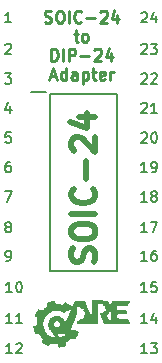
<source format=gbr>
%TF.GenerationSoftware,KiCad,Pcbnew,9.0.0*%
%TF.CreationDate,2025-03-05T17:01:44+13:00*%
%TF.ProjectId,SOIC-24_to_DIP-24_adapter,534f4943-2d32-4345-9f74-6f5f4449502d,rev?*%
%TF.SameCoordinates,Original*%
%TF.FileFunction,Legend,Top*%
%TF.FilePolarity,Positive*%
%FSLAX46Y46*%
G04 Gerber Fmt 4.6, Leading zero omitted, Abs format (unit mm)*
G04 Created by KiCad (PCBNEW 9.0.0) date 2025-03-05 17:01:44*
%MOMM*%
%LPD*%
G01*
G04 APERTURE LIST*
%ADD10C,0.152400*%
%ADD11C,0.250000*%
%ADD12C,0.500000*%
%ADD13C,0.200000*%
%ADD14C,0.000000*%
G04 APERTURE END LIST*
D10*
X146241756Y-89110241D02*
X146282880Y-89069117D01*
X146282880Y-89069117D02*
X146365127Y-89027993D01*
X146365127Y-89027993D02*
X146570746Y-89027993D01*
X146570746Y-89027993D02*
X146652994Y-89069117D01*
X146652994Y-89069117D02*
X146694118Y-89110241D01*
X146694118Y-89110241D02*
X146735241Y-89192489D01*
X146735241Y-89192489D02*
X146735241Y-89274736D01*
X146735241Y-89274736D02*
X146694118Y-89398108D01*
X146694118Y-89398108D02*
X146200632Y-89891593D01*
X146200632Y-89891593D02*
X146735241Y-89891593D01*
X146652994Y-99027993D02*
X146488499Y-99027993D01*
X146488499Y-99027993D02*
X146406251Y-99069117D01*
X146406251Y-99069117D02*
X146365127Y-99110241D01*
X146365127Y-99110241D02*
X146282880Y-99233612D01*
X146282880Y-99233612D02*
X146241756Y-99398108D01*
X146241756Y-99398108D02*
X146241756Y-99727098D01*
X146241756Y-99727098D02*
X146282880Y-99809346D01*
X146282880Y-99809346D02*
X146324003Y-99850470D01*
X146324003Y-99850470D02*
X146406251Y-99891593D01*
X146406251Y-99891593D02*
X146570746Y-99891593D01*
X146570746Y-99891593D02*
X146652994Y-99850470D01*
X146652994Y-99850470D02*
X146694118Y-99809346D01*
X146694118Y-99809346D02*
X146735241Y-99727098D01*
X146735241Y-99727098D02*
X146735241Y-99521479D01*
X146735241Y-99521479D02*
X146694118Y-99439231D01*
X146694118Y-99439231D02*
X146652994Y-99398108D01*
X146652994Y-99398108D02*
X146570746Y-99356984D01*
X146570746Y-99356984D02*
X146406251Y-99356984D01*
X146406251Y-99356984D02*
X146324003Y-99398108D01*
X146324003Y-99398108D02*
X146282880Y-99439231D01*
X146282880Y-99439231D02*
X146241756Y-99521479D01*
X158264770Y-102391593D02*
X157771285Y-102391593D01*
X158018028Y-102391593D02*
X158018028Y-101527993D01*
X158018028Y-101527993D02*
X157935780Y-101651365D01*
X157935780Y-101651365D02*
X157853532Y-101733612D01*
X157853532Y-101733612D02*
X157771285Y-101774736D01*
X158758256Y-101898108D02*
X158676008Y-101856984D01*
X158676008Y-101856984D02*
X158634885Y-101815860D01*
X158634885Y-101815860D02*
X158593761Y-101733612D01*
X158593761Y-101733612D02*
X158593761Y-101692489D01*
X158593761Y-101692489D02*
X158634885Y-101610241D01*
X158634885Y-101610241D02*
X158676008Y-101569117D01*
X158676008Y-101569117D02*
X158758256Y-101527993D01*
X158758256Y-101527993D02*
X158922751Y-101527993D01*
X158922751Y-101527993D02*
X159004999Y-101569117D01*
X159004999Y-101569117D02*
X159046123Y-101610241D01*
X159046123Y-101610241D02*
X159087246Y-101692489D01*
X159087246Y-101692489D02*
X159087246Y-101733612D01*
X159087246Y-101733612D02*
X159046123Y-101815860D01*
X159046123Y-101815860D02*
X159004999Y-101856984D01*
X159004999Y-101856984D02*
X158922751Y-101898108D01*
X158922751Y-101898108D02*
X158758256Y-101898108D01*
X158758256Y-101898108D02*
X158676008Y-101939231D01*
X158676008Y-101939231D02*
X158634885Y-101980355D01*
X158634885Y-101980355D02*
X158593761Y-102062603D01*
X158593761Y-102062603D02*
X158593761Y-102227098D01*
X158593761Y-102227098D02*
X158634885Y-102309346D01*
X158634885Y-102309346D02*
X158676008Y-102350470D01*
X158676008Y-102350470D02*
X158758256Y-102391593D01*
X158758256Y-102391593D02*
X158922751Y-102391593D01*
X158922751Y-102391593D02*
X159004999Y-102350470D01*
X159004999Y-102350470D02*
X159046123Y-102309346D01*
X159046123Y-102309346D02*
X159087246Y-102227098D01*
X159087246Y-102227098D02*
X159087246Y-102062603D01*
X159087246Y-102062603D02*
X159046123Y-101980355D01*
X159046123Y-101980355D02*
X159004999Y-101939231D01*
X159004999Y-101939231D02*
X158922751Y-101898108D01*
X146406251Y-104498108D02*
X146324003Y-104456984D01*
X146324003Y-104456984D02*
X146282880Y-104415860D01*
X146282880Y-104415860D02*
X146241756Y-104333612D01*
X146241756Y-104333612D02*
X146241756Y-104292489D01*
X146241756Y-104292489D02*
X146282880Y-104210241D01*
X146282880Y-104210241D02*
X146324003Y-104169117D01*
X146324003Y-104169117D02*
X146406251Y-104127993D01*
X146406251Y-104127993D02*
X146570746Y-104127993D01*
X146570746Y-104127993D02*
X146652994Y-104169117D01*
X146652994Y-104169117D02*
X146694118Y-104210241D01*
X146694118Y-104210241D02*
X146735241Y-104292489D01*
X146735241Y-104292489D02*
X146735241Y-104333612D01*
X146735241Y-104333612D02*
X146694118Y-104415860D01*
X146694118Y-104415860D02*
X146652994Y-104456984D01*
X146652994Y-104456984D02*
X146570746Y-104498108D01*
X146570746Y-104498108D02*
X146406251Y-104498108D01*
X146406251Y-104498108D02*
X146324003Y-104539231D01*
X146324003Y-104539231D02*
X146282880Y-104580355D01*
X146282880Y-104580355D02*
X146241756Y-104662603D01*
X146241756Y-104662603D02*
X146241756Y-104827098D01*
X146241756Y-104827098D02*
X146282880Y-104909346D01*
X146282880Y-104909346D02*
X146324003Y-104950470D01*
X146324003Y-104950470D02*
X146406251Y-104991593D01*
X146406251Y-104991593D02*
X146570746Y-104991593D01*
X146570746Y-104991593D02*
X146652994Y-104950470D01*
X146652994Y-104950470D02*
X146694118Y-104909346D01*
X146694118Y-104909346D02*
X146735241Y-104827098D01*
X146735241Y-104827098D02*
X146735241Y-104662603D01*
X146735241Y-104662603D02*
X146694118Y-104580355D01*
X146694118Y-104580355D02*
X146652994Y-104539231D01*
X146652994Y-104539231D02*
X146570746Y-104498108D01*
X157771285Y-94110241D02*
X157812409Y-94069117D01*
X157812409Y-94069117D02*
X157894656Y-94027993D01*
X157894656Y-94027993D02*
X158100275Y-94027993D01*
X158100275Y-94027993D02*
X158182523Y-94069117D01*
X158182523Y-94069117D02*
X158223647Y-94110241D01*
X158223647Y-94110241D02*
X158264770Y-94192489D01*
X158264770Y-94192489D02*
X158264770Y-94274736D01*
X158264770Y-94274736D02*
X158223647Y-94398108D01*
X158223647Y-94398108D02*
X157730161Y-94891593D01*
X157730161Y-94891593D02*
X158264770Y-94891593D01*
X159087246Y-94891593D02*
X158593761Y-94891593D01*
X158840504Y-94891593D02*
X158840504Y-94027993D01*
X158840504Y-94027993D02*
X158758256Y-94151365D01*
X158758256Y-94151365D02*
X158676008Y-94233612D01*
X158676008Y-94233612D02*
X158593761Y-94274736D01*
X158264770Y-107391593D02*
X157771285Y-107391593D01*
X158018028Y-107391593D02*
X158018028Y-106527993D01*
X158018028Y-106527993D02*
X157935780Y-106651365D01*
X157935780Y-106651365D02*
X157853532Y-106733612D01*
X157853532Y-106733612D02*
X157771285Y-106774736D01*
X159004999Y-106527993D02*
X158840504Y-106527993D01*
X158840504Y-106527993D02*
X158758256Y-106569117D01*
X158758256Y-106569117D02*
X158717132Y-106610241D01*
X158717132Y-106610241D02*
X158634885Y-106733612D01*
X158634885Y-106733612D02*
X158593761Y-106898108D01*
X158593761Y-106898108D02*
X158593761Y-107227098D01*
X158593761Y-107227098D02*
X158634885Y-107309346D01*
X158634885Y-107309346D02*
X158676008Y-107350470D01*
X158676008Y-107350470D02*
X158758256Y-107391593D01*
X158758256Y-107391593D02*
X158922751Y-107391593D01*
X158922751Y-107391593D02*
X159004999Y-107350470D01*
X159004999Y-107350470D02*
X159046123Y-107309346D01*
X159046123Y-107309346D02*
X159087246Y-107227098D01*
X159087246Y-107227098D02*
X159087246Y-107021479D01*
X159087246Y-107021479D02*
X159046123Y-106939231D01*
X159046123Y-106939231D02*
X159004999Y-106898108D01*
X159004999Y-106898108D02*
X158922751Y-106856984D01*
X158922751Y-106856984D02*
X158758256Y-106856984D01*
X158758256Y-106856984D02*
X158676008Y-106898108D01*
X158676008Y-106898108D02*
X158634885Y-106939231D01*
X158634885Y-106939231D02*
X158593761Y-107021479D01*
X146835504Y-115241593D02*
X146342019Y-115241593D01*
X146588762Y-115241593D02*
X146588762Y-114377993D01*
X146588762Y-114377993D02*
X146506514Y-114501365D01*
X146506514Y-114501365D02*
X146424266Y-114583612D01*
X146424266Y-114583612D02*
X146342019Y-114624736D01*
X147164495Y-114460241D02*
X147205619Y-114419117D01*
X147205619Y-114419117D02*
X147287866Y-114377993D01*
X147287866Y-114377993D02*
X147493485Y-114377993D01*
X147493485Y-114377993D02*
X147575733Y-114419117D01*
X147575733Y-114419117D02*
X147616857Y-114460241D01*
X147616857Y-114460241D02*
X147657980Y-114542489D01*
X147657980Y-114542489D02*
X147657980Y-114624736D01*
X147657980Y-114624736D02*
X147616857Y-114748108D01*
X147616857Y-114748108D02*
X147123371Y-115241593D01*
X147123371Y-115241593D02*
X147657980Y-115241593D01*
X158264770Y-99891593D02*
X157771285Y-99891593D01*
X158018028Y-99891593D02*
X158018028Y-99027993D01*
X158018028Y-99027993D02*
X157935780Y-99151365D01*
X157935780Y-99151365D02*
X157853532Y-99233612D01*
X157853532Y-99233612D02*
X157771285Y-99274736D01*
X158676008Y-99891593D02*
X158840504Y-99891593D01*
X158840504Y-99891593D02*
X158922751Y-99850470D01*
X158922751Y-99850470D02*
X158963875Y-99809346D01*
X158963875Y-99809346D02*
X159046123Y-99685974D01*
X159046123Y-99685974D02*
X159087246Y-99521479D01*
X159087246Y-99521479D02*
X159087246Y-99192489D01*
X159087246Y-99192489D02*
X159046123Y-99110241D01*
X159046123Y-99110241D02*
X159004999Y-99069117D01*
X159004999Y-99069117D02*
X158922751Y-99027993D01*
X158922751Y-99027993D02*
X158758256Y-99027993D01*
X158758256Y-99027993D02*
X158676008Y-99069117D01*
X158676008Y-99069117D02*
X158634885Y-99110241D01*
X158634885Y-99110241D02*
X158593761Y-99192489D01*
X158593761Y-99192489D02*
X158593761Y-99398108D01*
X158593761Y-99398108D02*
X158634885Y-99480355D01*
X158634885Y-99480355D02*
X158676008Y-99521479D01*
X158676008Y-99521479D02*
X158758256Y-99562603D01*
X158758256Y-99562603D02*
X158922751Y-99562603D01*
X158922751Y-99562603D02*
X159004999Y-99521479D01*
X159004999Y-99521479D02*
X159046123Y-99480355D01*
X159046123Y-99480355D02*
X159087246Y-99398108D01*
X157771285Y-91610241D02*
X157812409Y-91569117D01*
X157812409Y-91569117D02*
X157894656Y-91527993D01*
X157894656Y-91527993D02*
X158100275Y-91527993D01*
X158100275Y-91527993D02*
X158182523Y-91569117D01*
X158182523Y-91569117D02*
X158223647Y-91610241D01*
X158223647Y-91610241D02*
X158264770Y-91692489D01*
X158264770Y-91692489D02*
X158264770Y-91774736D01*
X158264770Y-91774736D02*
X158223647Y-91898108D01*
X158223647Y-91898108D02*
X157730161Y-92391593D01*
X157730161Y-92391593D02*
X158264770Y-92391593D01*
X158593761Y-91610241D02*
X158634885Y-91569117D01*
X158634885Y-91569117D02*
X158717132Y-91527993D01*
X158717132Y-91527993D02*
X158922751Y-91527993D01*
X158922751Y-91527993D02*
X159004999Y-91569117D01*
X159004999Y-91569117D02*
X159046123Y-91610241D01*
X159046123Y-91610241D02*
X159087246Y-91692489D01*
X159087246Y-91692489D02*
X159087246Y-91774736D01*
X159087246Y-91774736D02*
X159046123Y-91898108D01*
X159046123Y-91898108D02*
X158552637Y-92391593D01*
X158552637Y-92391593D02*
X159087246Y-92391593D01*
X158264770Y-115241593D02*
X157771285Y-115241593D01*
X158018028Y-115241593D02*
X158018028Y-114377993D01*
X158018028Y-114377993D02*
X157935780Y-114501365D01*
X157935780Y-114501365D02*
X157853532Y-114583612D01*
X157853532Y-114583612D02*
X157771285Y-114624736D01*
X158552637Y-114377993D02*
X159087246Y-114377993D01*
X159087246Y-114377993D02*
X158799380Y-114706984D01*
X158799380Y-114706984D02*
X158922751Y-114706984D01*
X158922751Y-114706984D02*
X159004999Y-114748108D01*
X159004999Y-114748108D02*
X159046123Y-114789231D01*
X159046123Y-114789231D02*
X159087246Y-114871479D01*
X159087246Y-114871479D02*
X159087246Y-115077098D01*
X159087246Y-115077098D02*
X159046123Y-115159346D01*
X159046123Y-115159346D02*
X159004999Y-115200470D01*
X159004999Y-115200470D02*
X158922751Y-115241593D01*
X158922751Y-115241593D02*
X158676008Y-115241593D01*
X158676008Y-115241593D02*
X158593761Y-115200470D01*
X158593761Y-115200470D02*
X158552637Y-115159346D01*
X157771285Y-96610241D02*
X157812409Y-96569117D01*
X157812409Y-96569117D02*
X157894656Y-96527993D01*
X157894656Y-96527993D02*
X158100275Y-96527993D01*
X158100275Y-96527993D02*
X158182523Y-96569117D01*
X158182523Y-96569117D02*
X158223647Y-96610241D01*
X158223647Y-96610241D02*
X158264770Y-96692489D01*
X158264770Y-96692489D02*
X158264770Y-96774736D01*
X158264770Y-96774736D02*
X158223647Y-96898108D01*
X158223647Y-96898108D02*
X157730161Y-97391593D01*
X157730161Y-97391593D02*
X158264770Y-97391593D01*
X158799380Y-96527993D02*
X158881627Y-96527993D01*
X158881627Y-96527993D02*
X158963875Y-96569117D01*
X158963875Y-96569117D02*
X159004999Y-96610241D01*
X159004999Y-96610241D02*
X159046123Y-96692489D01*
X159046123Y-96692489D02*
X159087246Y-96856984D01*
X159087246Y-96856984D02*
X159087246Y-97062603D01*
X159087246Y-97062603D02*
X159046123Y-97227098D01*
X159046123Y-97227098D02*
X159004999Y-97309346D01*
X159004999Y-97309346D02*
X158963875Y-97350470D01*
X158963875Y-97350470D02*
X158881627Y-97391593D01*
X158881627Y-97391593D02*
X158799380Y-97391593D01*
X158799380Y-97391593D02*
X158717132Y-97350470D01*
X158717132Y-97350470D02*
X158676008Y-97309346D01*
X158676008Y-97309346D02*
X158634885Y-97227098D01*
X158634885Y-97227098D02*
X158593761Y-97062603D01*
X158593761Y-97062603D02*
X158593761Y-96856984D01*
X158593761Y-96856984D02*
X158634885Y-96692489D01*
X158634885Y-96692489D02*
X158676008Y-96610241D01*
X158676008Y-96610241D02*
X158717132Y-96569117D01*
X158717132Y-96569117D02*
X158799380Y-96527993D01*
X146324003Y-107391593D02*
X146488499Y-107391593D01*
X146488499Y-107391593D02*
X146570746Y-107350470D01*
X146570746Y-107350470D02*
X146611870Y-107309346D01*
X146611870Y-107309346D02*
X146694118Y-107185974D01*
X146694118Y-107185974D02*
X146735241Y-107021479D01*
X146735241Y-107021479D02*
X146735241Y-106692489D01*
X146735241Y-106692489D02*
X146694118Y-106610241D01*
X146694118Y-106610241D02*
X146652994Y-106569117D01*
X146652994Y-106569117D02*
X146570746Y-106527993D01*
X146570746Y-106527993D02*
X146406251Y-106527993D01*
X146406251Y-106527993D02*
X146324003Y-106569117D01*
X146324003Y-106569117D02*
X146282880Y-106610241D01*
X146282880Y-106610241D02*
X146241756Y-106692489D01*
X146241756Y-106692489D02*
X146241756Y-106898108D01*
X146241756Y-106898108D02*
X146282880Y-106980355D01*
X146282880Y-106980355D02*
X146324003Y-107021479D01*
X146324003Y-107021479D02*
X146406251Y-107062603D01*
X146406251Y-107062603D02*
X146570746Y-107062603D01*
X146570746Y-107062603D02*
X146652994Y-107021479D01*
X146652994Y-107021479D02*
X146694118Y-106980355D01*
X146694118Y-106980355D02*
X146735241Y-106898108D01*
X146652994Y-94315860D02*
X146652994Y-94891593D01*
X146447375Y-93986870D02*
X146241756Y-94603727D01*
X146241756Y-94603727D02*
X146776365Y-94603727D01*
X158264770Y-110041593D02*
X157771285Y-110041593D01*
X158018028Y-110041593D02*
X158018028Y-109177993D01*
X158018028Y-109177993D02*
X157935780Y-109301365D01*
X157935780Y-109301365D02*
X157853532Y-109383612D01*
X157853532Y-109383612D02*
X157771285Y-109424736D01*
X159046123Y-109177993D02*
X158634885Y-109177993D01*
X158634885Y-109177993D02*
X158593761Y-109589231D01*
X158593761Y-109589231D02*
X158634885Y-109548108D01*
X158634885Y-109548108D02*
X158717132Y-109506984D01*
X158717132Y-109506984D02*
X158922751Y-109506984D01*
X158922751Y-109506984D02*
X159004999Y-109548108D01*
X159004999Y-109548108D02*
X159046123Y-109589231D01*
X159046123Y-109589231D02*
X159087246Y-109671479D01*
X159087246Y-109671479D02*
X159087246Y-109877098D01*
X159087246Y-109877098D02*
X159046123Y-109959346D01*
X159046123Y-109959346D02*
X159004999Y-110000470D01*
X159004999Y-110000470D02*
X158922751Y-110041593D01*
X158922751Y-110041593D02*
X158717132Y-110041593D01*
X158717132Y-110041593D02*
X158634885Y-110000470D01*
X158634885Y-110000470D02*
X158593761Y-109959346D01*
D11*
X149582214Y-87187084D02*
X149725071Y-87234703D01*
X149725071Y-87234703D02*
X149963166Y-87234703D01*
X149963166Y-87234703D02*
X150058404Y-87187084D01*
X150058404Y-87187084D02*
X150106023Y-87139464D01*
X150106023Y-87139464D02*
X150153642Y-87044226D01*
X150153642Y-87044226D02*
X150153642Y-86948988D01*
X150153642Y-86948988D02*
X150106023Y-86853750D01*
X150106023Y-86853750D02*
X150058404Y-86806131D01*
X150058404Y-86806131D02*
X149963166Y-86758512D01*
X149963166Y-86758512D02*
X149772690Y-86710893D01*
X149772690Y-86710893D02*
X149677452Y-86663274D01*
X149677452Y-86663274D02*
X149629833Y-86615655D01*
X149629833Y-86615655D02*
X149582214Y-86520417D01*
X149582214Y-86520417D02*
X149582214Y-86425179D01*
X149582214Y-86425179D02*
X149629833Y-86329941D01*
X149629833Y-86329941D02*
X149677452Y-86282322D01*
X149677452Y-86282322D02*
X149772690Y-86234703D01*
X149772690Y-86234703D02*
X150010785Y-86234703D01*
X150010785Y-86234703D02*
X150153642Y-86282322D01*
X150772690Y-86234703D02*
X150963166Y-86234703D01*
X150963166Y-86234703D02*
X151058404Y-86282322D01*
X151058404Y-86282322D02*
X151153642Y-86377560D01*
X151153642Y-86377560D02*
X151201261Y-86568036D01*
X151201261Y-86568036D02*
X151201261Y-86901369D01*
X151201261Y-86901369D02*
X151153642Y-87091845D01*
X151153642Y-87091845D02*
X151058404Y-87187084D01*
X151058404Y-87187084D02*
X150963166Y-87234703D01*
X150963166Y-87234703D02*
X150772690Y-87234703D01*
X150772690Y-87234703D02*
X150677452Y-87187084D01*
X150677452Y-87187084D02*
X150582214Y-87091845D01*
X150582214Y-87091845D02*
X150534595Y-86901369D01*
X150534595Y-86901369D02*
X150534595Y-86568036D01*
X150534595Y-86568036D02*
X150582214Y-86377560D01*
X150582214Y-86377560D02*
X150677452Y-86282322D01*
X150677452Y-86282322D02*
X150772690Y-86234703D01*
X151629833Y-87234703D02*
X151629833Y-86234703D01*
X152677451Y-87139464D02*
X152629832Y-87187084D01*
X152629832Y-87187084D02*
X152486975Y-87234703D01*
X152486975Y-87234703D02*
X152391737Y-87234703D01*
X152391737Y-87234703D02*
X152248880Y-87187084D01*
X152248880Y-87187084D02*
X152153642Y-87091845D01*
X152153642Y-87091845D02*
X152106023Y-86996607D01*
X152106023Y-86996607D02*
X152058404Y-86806131D01*
X152058404Y-86806131D02*
X152058404Y-86663274D01*
X152058404Y-86663274D02*
X152106023Y-86472798D01*
X152106023Y-86472798D02*
X152153642Y-86377560D01*
X152153642Y-86377560D02*
X152248880Y-86282322D01*
X152248880Y-86282322D02*
X152391737Y-86234703D01*
X152391737Y-86234703D02*
X152486975Y-86234703D01*
X152486975Y-86234703D02*
X152629832Y-86282322D01*
X152629832Y-86282322D02*
X152677451Y-86329941D01*
X153106023Y-86853750D02*
X153867928Y-86853750D01*
X154296499Y-86329941D02*
X154344118Y-86282322D01*
X154344118Y-86282322D02*
X154439356Y-86234703D01*
X154439356Y-86234703D02*
X154677451Y-86234703D01*
X154677451Y-86234703D02*
X154772689Y-86282322D01*
X154772689Y-86282322D02*
X154820308Y-86329941D01*
X154820308Y-86329941D02*
X154867927Y-86425179D01*
X154867927Y-86425179D02*
X154867927Y-86520417D01*
X154867927Y-86520417D02*
X154820308Y-86663274D01*
X154820308Y-86663274D02*
X154248880Y-87234703D01*
X154248880Y-87234703D02*
X154867927Y-87234703D01*
X155725070Y-86568036D02*
X155725070Y-87234703D01*
X155486975Y-86187084D02*
X155248880Y-86901369D01*
X155248880Y-86901369D02*
X155867927Y-86901369D01*
X152058404Y-88177980D02*
X152439356Y-88177980D01*
X152201261Y-87844647D02*
X152201261Y-88701789D01*
X152201261Y-88701789D02*
X152248880Y-88797028D01*
X152248880Y-88797028D02*
X152344118Y-88844647D01*
X152344118Y-88844647D02*
X152439356Y-88844647D01*
X152915547Y-88844647D02*
X152820309Y-88797028D01*
X152820309Y-88797028D02*
X152772690Y-88749408D01*
X152772690Y-88749408D02*
X152725071Y-88654170D01*
X152725071Y-88654170D02*
X152725071Y-88368456D01*
X152725071Y-88368456D02*
X152772690Y-88273218D01*
X152772690Y-88273218D02*
X152820309Y-88225599D01*
X152820309Y-88225599D02*
X152915547Y-88177980D01*
X152915547Y-88177980D02*
X153058404Y-88177980D01*
X153058404Y-88177980D02*
X153153642Y-88225599D01*
X153153642Y-88225599D02*
X153201261Y-88273218D01*
X153201261Y-88273218D02*
X153248880Y-88368456D01*
X153248880Y-88368456D02*
X153248880Y-88654170D01*
X153248880Y-88654170D02*
X153201261Y-88749408D01*
X153201261Y-88749408D02*
X153153642Y-88797028D01*
X153153642Y-88797028D02*
X153058404Y-88844647D01*
X153058404Y-88844647D02*
X152915547Y-88844647D01*
X150129833Y-90454591D02*
X150129833Y-89454591D01*
X150129833Y-89454591D02*
X150367928Y-89454591D01*
X150367928Y-89454591D02*
X150510785Y-89502210D01*
X150510785Y-89502210D02*
X150606023Y-89597448D01*
X150606023Y-89597448D02*
X150653642Y-89692686D01*
X150653642Y-89692686D02*
X150701261Y-89883162D01*
X150701261Y-89883162D02*
X150701261Y-90026019D01*
X150701261Y-90026019D02*
X150653642Y-90216495D01*
X150653642Y-90216495D02*
X150606023Y-90311733D01*
X150606023Y-90311733D02*
X150510785Y-90406972D01*
X150510785Y-90406972D02*
X150367928Y-90454591D01*
X150367928Y-90454591D02*
X150129833Y-90454591D01*
X151129833Y-90454591D02*
X151129833Y-89454591D01*
X151606023Y-90454591D02*
X151606023Y-89454591D01*
X151606023Y-89454591D02*
X151986975Y-89454591D01*
X151986975Y-89454591D02*
X152082213Y-89502210D01*
X152082213Y-89502210D02*
X152129832Y-89549829D01*
X152129832Y-89549829D02*
X152177451Y-89645067D01*
X152177451Y-89645067D02*
X152177451Y-89787924D01*
X152177451Y-89787924D02*
X152129832Y-89883162D01*
X152129832Y-89883162D02*
X152082213Y-89930781D01*
X152082213Y-89930781D02*
X151986975Y-89978400D01*
X151986975Y-89978400D02*
X151606023Y-89978400D01*
X152606023Y-90073638D02*
X153367928Y-90073638D01*
X153796499Y-89549829D02*
X153844118Y-89502210D01*
X153844118Y-89502210D02*
X153939356Y-89454591D01*
X153939356Y-89454591D02*
X154177451Y-89454591D01*
X154177451Y-89454591D02*
X154272689Y-89502210D01*
X154272689Y-89502210D02*
X154320308Y-89549829D01*
X154320308Y-89549829D02*
X154367927Y-89645067D01*
X154367927Y-89645067D02*
X154367927Y-89740305D01*
X154367927Y-89740305D02*
X154320308Y-89883162D01*
X154320308Y-89883162D02*
X153748880Y-90454591D01*
X153748880Y-90454591D02*
X154367927Y-90454591D01*
X155225070Y-89787924D02*
X155225070Y-90454591D01*
X154986975Y-89406972D02*
X154748880Y-90121257D01*
X154748880Y-90121257D02*
X155367927Y-90121257D01*
X150082213Y-91778820D02*
X150558403Y-91778820D01*
X149986975Y-92064535D02*
X150320308Y-91064535D01*
X150320308Y-91064535D02*
X150653641Y-92064535D01*
X151415546Y-92064535D02*
X151415546Y-91064535D01*
X151415546Y-92016916D02*
X151320308Y-92064535D01*
X151320308Y-92064535D02*
X151129832Y-92064535D01*
X151129832Y-92064535D02*
X151034594Y-92016916D01*
X151034594Y-92016916D02*
X150986975Y-91969296D01*
X150986975Y-91969296D02*
X150939356Y-91874058D01*
X150939356Y-91874058D02*
X150939356Y-91588344D01*
X150939356Y-91588344D02*
X150986975Y-91493106D01*
X150986975Y-91493106D02*
X151034594Y-91445487D01*
X151034594Y-91445487D02*
X151129832Y-91397868D01*
X151129832Y-91397868D02*
X151320308Y-91397868D01*
X151320308Y-91397868D02*
X151415546Y-91445487D01*
X152320308Y-92064535D02*
X152320308Y-91540725D01*
X152320308Y-91540725D02*
X152272689Y-91445487D01*
X152272689Y-91445487D02*
X152177451Y-91397868D01*
X152177451Y-91397868D02*
X151986975Y-91397868D01*
X151986975Y-91397868D02*
X151891737Y-91445487D01*
X152320308Y-92016916D02*
X152225070Y-92064535D01*
X152225070Y-92064535D02*
X151986975Y-92064535D01*
X151986975Y-92064535D02*
X151891737Y-92016916D01*
X151891737Y-92016916D02*
X151844118Y-91921677D01*
X151844118Y-91921677D02*
X151844118Y-91826439D01*
X151844118Y-91826439D02*
X151891737Y-91731201D01*
X151891737Y-91731201D02*
X151986975Y-91683582D01*
X151986975Y-91683582D02*
X152225070Y-91683582D01*
X152225070Y-91683582D02*
X152320308Y-91635963D01*
X152796499Y-91397868D02*
X152796499Y-92397868D01*
X152796499Y-91445487D02*
X152891737Y-91397868D01*
X152891737Y-91397868D02*
X153082213Y-91397868D01*
X153082213Y-91397868D02*
X153177451Y-91445487D01*
X153177451Y-91445487D02*
X153225070Y-91493106D01*
X153225070Y-91493106D02*
X153272689Y-91588344D01*
X153272689Y-91588344D02*
X153272689Y-91874058D01*
X153272689Y-91874058D02*
X153225070Y-91969296D01*
X153225070Y-91969296D02*
X153177451Y-92016916D01*
X153177451Y-92016916D02*
X153082213Y-92064535D01*
X153082213Y-92064535D02*
X152891737Y-92064535D01*
X152891737Y-92064535D02*
X152796499Y-92016916D01*
X153558404Y-91397868D02*
X153939356Y-91397868D01*
X153701261Y-91064535D02*
X153701261Y-91921677D01*
X153701261Y-91921677D02*
X153748880Y-92016916D01*
X153748880Y-92016916D02*
X153844118Y-92064535D01*
X153844118Y-92064535D02*
X153939356Y-92064535D01*
X154653642Y-92016916D02*
X154558404Y-92064535D01*
X154558404Y-92064535D02*
X154367928Y-92064535D01*
X154367928Y-92064535D02*
X154272690Y-92016916D01*
X154272690Y-92016916D02*
X154225071Y-91921677D01*
X154225071Y-91921677D02*
X154225071Y-91540725D01*
X154225071Y-91540725D02*
X154272690Y-91445487D01*
X154272690Y-91445487D02*
X154367928Y-91397868D01*
X154367928Y-91397868D02*
X154558404Y-91397868D01*
X154558404Y-91397868D02*
X154653642Y-91445487D01*
X154653642Y-91445487D02*
X154701261Y-91540725D01*
X154701261Y-91540725D02*
X154701261Y-91635963D01*
X154701261Y-91635963D02*
X154225071Y-91731201D01*
X155129833Y-92064535D02*
X155129833Y-91397868D01*
X155129833Y-91588344D02*
X155177452Y-91493106D01*
X155177452Y-91493106D02*
X155225071Y-91445487D01*
X155225071Y-91445487D02*
X155320309Y-91397868D01*
X155320309Y-91397868D02*
X155415547Y-91397868D01*
D10*
X146835504Y-110041593D02*
X146342019Y-110041593D01*
X146588762Y-110041593D02*
X146588762Y-109177993D01*
X146588762Y-109177993D02*
X146506514Y-109301365D01*
X146506514Y-109301365D02*
X146424266Y-109383612D01*
X146424266Y-109383612D02*
X146342019Y-109424736D01*
X147370114Y-109177993D02*
X147452361Y-109177993D01*
X147452361Y-109177993D02*
X147534609Y-109219117D01*
X147534609Y-109219117D02*
X147575733Y-109260241D01*
X147575733Y-109260241D02*
X147616857Y-109342489D01*
X147616857Y-109342489D02*
X147657980Y-109506984D01*
X147657980Y-109506984D02*
X147657980Y-109712603D01*
X147657980Y-109712603D02*
X147616857Y-109877098D01*
X147616857Y-109877098D02*
X147575733Y-109959346D01*
X147575733Y-109959346D02*
X147534609Y-110000470D01*
X147534609Y-110000470D02*
X147452361Y-110041593D01*
X147452361Y-110041593D02*
X147370114Y-110041593D01*
X147370114Y-110041593D02*
X147287866Y-110000470D01*
X147287866Y-110000470D02*
X147246742Y-109959346D01*
X147246742Y-109959346D02*
X147205619Y-109877098D01*
X147205619Y-109877098D02*
X147164495Y-109712603D01*
X147164495Y-109712603D02*
X147164495Y-109506984D01*
X147164495Y-109506984D02*
X147205619Y-109342489D01*
X147205619Y-109342489D02*
X147246742Y-109260241D01*
X147246742Y-109260241D02*
X147287866Y-109219117D01*
X147287866Y-109219117D02*
X147370114Y-109177993D01*
X146200632Y-101527993D02*
X146776365Y-101527993D01*
X146776365Y-101527993D02*
X146406251Y-102391593D01*
X157771285Y-86429765D02*
X157812409Y-86388641D01*
X157812409Y-86388641D02*
X157894656Y-86347517D01*
X157894656Y-86347517D02*
X158100275Y-86347517D01*
X158100275Y-86347517D02*
X158182523Y-86388641D01*
X158182523Y-86388641D02*
X158223647Y-86429765D01*
X158223647Y-86429765D02*
X158264770Y-86512013D01*
X158264770Y-86512013D02*
X158264770Y-86594260D01*
X158264770Y-86594260D02*
X158223647Y-86717632D01*
X158223647Y-86717632D02*
X157730161Y-87211117D01*
X157730161Y-87211117D02*
X158264770Y-87211117D01*
X159004999Y-86635384D02*
X159004999Y-87211117D01*
X158799380Y-86306394D02*
X158593761Y-86923251D01*
X158593761Y-86923251D02*
X159128370Y-86923251D01*
X146200632Y-91527993D02*
X146735241Y-91527993D01*
X146735241Y-91527993D02*
X146447375Y-91856984D01*
X146447375Y-91856984D02*
X146570746Y-91856984D01*
X146570746Y-91856984D02*
X146652994Y-91898108D01*
X146652994Y-91898108D02*
X146694118Y-91939231D01*
X146694118Y-91939231D02*
X146735241Y-92021479D01*
X146735241Y-92021479D02*
X146735241Y-92227098D01*
X146735241Y-92227098D02*
X146694118Y-92309346D01*
X146694118Y-92309346D02*
X146652994Y-92350470D01*
X146652994Y-92350470D02*
X146570746Y-92391593D01*
X146570746Y-92391593D02*
X146324003Y-92391593D01*
X146324003Y-92391593D02*
X146241756Y-92350470D01*
X146241756Y-92350470D02*
X146200632Y-92309346D01*
X158264770Y-112691593D02*
X157771285Y-112691593D01*
X158018028Y-112691593D02*
X158018028Y-111827993D01*
X158018028Y-111827993D02*
X157935780Y-111951365D01*
X157935780Y-111951365D02*
X157853532Y-112033612D01*
X157853532Y-112033612D02*
X157771285Y-112074736D01*
X159004999Y-112115860D02*
X159004999Y-112691593D01*
X158799380Y-111786870D02*
X158593761Y-112403727D01*
X158593761Y-112403727D02*
X159128370Y-112403727D01*
X146694118Y-96527993D02*
X146282880Y-96527993D01*
X146282880Y-96527993D02*
X146241756Y-96939231D01*
X146241756Y-96939231D02*
X146282880Y-96898108D01*
X146282880Y-96898108D02*
X146365127Y-96856984D01*
X146365127Y-96856984D02*
X146570746Y-96856984D01*
X146570746Y-96856984D02*
X146652994Y-96898108D01*
X146652994Y-96898108D02*
X146694118Y-96939231D01*
X146694118Y-96939231D02*
X146735241Y-97021479D01*
X146735241Y-97021479D02*
X146735241Y-97227098D01*
X146735241Y-97227098D02*
X146694118Y-97309346D01*
X146694118Y-97309346D02*
X146652994Y-97350470D01*
X146652994Y-97350470D02*
X146570746Y-97391593D01*
X146570746Y-97391593D02*
X146365127Y-97391593D01*
X146365127Y-97391593D02*
X146282880Y-97350470D01*
X146282880Y-97350470D02*
X146241756Y-97309346D01*
X158264770Y-104991593D02*
X157771285Y-104991593D01*
X158018028Y-104991593D02*
X158018028Y-104127993D01*
X158018028Y-104127993D02*
X157935780Y-104251365D01*
X157935780Y-104251365D02*
X157853532Y-104333612D01*
X157853532Y-104333612D02*
X157771285Y-104374736D01*
X158552637Y-104127993D02*
X159128370Y-104127993D01*
X159128370Y-104127993D02*
X158758256Y-104991593D01*
X146835504Y-112691593D02*
X146342019Y-112691593D01*
X146588762Y-112691593D02*
X146588762Y-111827993D01*
X146588762Y-111827993D02*
X146506514Y-111951365D01*
X146506514Y-111951365D02*
X146424266Y-112033612D01*
X146424266Y-112033612D02*
X146342019Y-112074736D01*
X147657980Y-112691593D02*
X147164495Y-112691593D01*
X147411238Y-112691593D02*
X147411238Y-111827993D01*
X147411238Y-111827993D02*
X147328990Y-111951365D01*
X147328990Y-111951365D02*
X147246742Y-112033612D01*
X147246742Y-112033612D02*
X147164495Y-112074736D01*
X146735241Y-87211117D02*
X146241756Y-87211117D01*
X146488499Y-87211117D02*
X146488499Y-86347517D01*
X146488499Y-86347517D02*
X146406251Y-86470889D01*
X146406251Y-86470889D02*
X146324003Y-86553136D01*
X146324003Y-86553136D02*
X146241756Y-86594260D01*
X157771285Y-89110241D02*
X157812409Y-89069117D01*
X157812409Y-89069117D02*
X157894656Y-89027993D01*
X157894656Y-89027993D02*
X158100275Y-89027993D01*
X158100275Y-89027993D02*
X158182523Y-89069117D01*
X158182523Y-89069117D02*
X158223647Y-89110241D01*
X158223647Y-89110241D02*
X158264770Y-89192489D01*
X158264770Y-89192489D02*
X158264770Y-89274736D01*
X158264770Y-89274736D02*
X158223647Y-89398108D01*
X158223647Y-89398108D02*
X157730161Y-89891593D01*
X157730161Y-89891593D02*
X158264770Y-89891593D01*
X158552637Y-89027993D02*
X159087246Y-89027993D01*
X159087246Y-89027993D02*
X158799380Y-89356984D01*
X158799380Y-89356984D02*
X158922751Y-89356984D01*
X158922751Y-89356984D02*
X159004999Y-89398108D01*
X159004999Y-89398108D02*
X159046123Y-89439231D01*
X159046123Y-89439231D02*
X159087246Y-89521479D01*
X159087246Y-89521479D02*
X159087246Y-89727098D01*
X159087246Y-89727098D02*
X159046123Y-89809346D01*
X159046123Y-89809346D02*
X159004999Y-89850470D01*
X159004999Y-89850470D02*
X158922751Y-89891593D01*
X158922751Y-89891593D02*
X158676008Y-89891593D01*
X158676008Y-89891593D02*
X158593761Y-89850470D01*
X158593761Y-89850470D02*
X158552637Y-89809346D01*
D12*
X153749000Y-107488094D02*
X153844238Y-107202380D01*
X153844238Y-107202380D02*
X153844238Y-106726189D01*
X153844238Y-106726189D02*
X153749000Y-106535713D01*
X153749000Y-106535713D02*
X153653761Y-106440475D01*
X153653761Y-106440475D02*
X153463285Y-106345237D01*
X153463285Y-106345237D02*
X153272809Y-106345237D01*
X153272809Y-106345237D02*
X153082333Y-106440475D01*
X153082333Y-106440475D02*
X152987095Y-106535713D01*
X152987095Y-106535713D02*
X152891857Y-106726189D01*
X152891857Y-106726189D02*
X152796619Y-107107142D01*
X152796619Y-107107142D02*
X152701380Y-107297618D01*
X152701380Y-107297618D02*
X152606142Y-107392856D01*
X152606142Y-107392856D02*
X152415666Y-107488094D01*
X152415666Y-107488094D02*
X152225190Y-107488094D01*
X152225190Y-107488094D02*
X152034714Y-107392856D01*
X152034714Y-107392856D02*
X151939476Y-107297618D01*
X151939476Y-107297618D02*
X151844238Y-107107142D01*
X151844238Y-107107142D02*
X151844238Y-106630951D01*
X151844238Y-106630951D02*
X151939476Y-106345237D01*
X151844238Y-105107142D02*
X151844238Y-104726189D01*
X151844238Y-104726189D02*
X151939476Y-104535713D01*
X151939476Y-104535713D02*
X152129952Y-104345237D01*
X152129952Y-104345237D02*
X152510904Y-104249999D01*
X152510904Y-104249999D02*
X153177571Y-104249999D01*
X153177571Y-104249999D02*
X153558523Y-104345237D01*
X153558523Y-104345237D02*
X153749000Y-104535713D01*
X153749000Y-104535713D02*
X153844238Y-104726189D01*
X153844238Y-104726189D02*
X153844238Y-105107142D01*
X153844238Y-105107142D02*
X153749000Y-105297618D01*
X153749000Y-105297618D02*
X153558523Y-105488094D01*
X153558523Y-105488094D02*
X153177571Y-105583332D01*
X153177571Y-105583332D02*
X152510904Y-105583332D01*
X152510904Y-105583332D02*
X152129952Y-105488094D01*
X152129952Y-105488094D02*
X151939476Y-105297618D01*
X151939476Y-105297618D02*
X151844238Y-105107142D01*
X153844238Y-103392856D02*
X151844238Y-103392856D01*
X153653761Y-101297618D02*
X153749000Y-101392856D01*
X153749000Y-101392856D02*
X153844238Y-101678570D01*
X153844238Y-101678570D02*
X153844238Y-101869046D01*
X153844238Y-101869046D02*
X153749000Y-102154761D01*
X153749000Y-102154761D02*
X153558523Y-102345237D01*
X153558523Y-102345237D02*
X153368047Y-102440475D01*
X153368047Y-102440475D02*
X152987095Y-102535713D01*
X152987095Y-102535713D02*
X152701380Y-102535713D01*
X152701380Y-102535713D02*
X152320428Y-102440475D01*
X152320428Y-102440475D02*
X152129952Y-102345237D01*
X152129952Y-102345237D02*
X151939476Y-102154761D01*
X151939476Y-102154761D02*
X151844238Y-101869046D01*
X151844238Y-101869046D02*
X151844238Y-101678570D01*
X151844238Y-101678570D02*
X151939476Y-101392856D01*
X151939476Y-101392856D02*
X152034714Y-101297618D01*
X153082333Y-100440475D02*
X153082333Y-98916666D01*
X152034714Y-98059523D02*
X151939476Y-97964285D01*
X151939476Y-97964285D02*
X151844238Y-97773809D01*
X151844238Y-97773809D02*
X151844238Y-97297618D01*
X151844238Y-97297618D02*
X151939476Y-97107142D01*
X151939476Y-97107142D02*
X152034714Y-97011904D01*
X152034714Y-97011904D02*
X152225190Y-96916666D01*
X152225190Y-96916666D02*
X152415666Y-96916666D01*
X152415666Y-96916666D02*
X152701380Y-97011904D01*
X152701380Y-97011904D02*
X153844238Y-98154761D01*
X153844238Y-98154761D02*
X153844238Y-96916666D01*
X152510904Y-95202380D02*
X153844238Y-95202380D01*
X151749000Y-95678571D02*
X153177571Y-96154761D01*
X153177571Y-96154761D02*
X153177571Y-94916666D01*
D13*
%TO.C,SOIC-24*%
X148414402Y-93090000D02*
X149664402Y-93090000D01*
X150014402Y-93250000D02*
X155664402Y-93250000D01*
X150014402Y-108250000D02*
X150014402Y-93250000D01*
X155664402Y-93250000D02*
X155664402Y-108250000D01*
X155664402Y-108250000D02*
X150014402Y-108250000D01*
D14*
%TO.C,Gare_Logo*%
G36*
X154208423Y-110757300D02*
G01*
X154831384Y-110759493D01*
X154884649Y-110785718D01*
X154941958Y-110822480D01*
X154991614Y-110871275D01*
X155031288Y-110929026D01*
X155058651Y-110992658D01*
X155067217Y-111026921D01*
X155069294Y-111046408D01*
X155071059Y-111079658D01*
X155072513Y-111124432D01*
X155073656Y-111178489D01*
X155074487Y-111239591D01*
X155075006Y-111305496D01*
X155075213Y-111373966D01*
X155075108Y-111442759D01*
X155074690Y-111509637D01*
X155073961Y-111572359D01*
X155072918Y-111628685D01*
X155071563Y-111676375D01*
X155069894Y-111713190D01*
X155067913Y-111736889D01*
X155067268Y-111741052D01*
X155046871Y-111807966D01*
X155013041Y-111870002D01*
X154967937Y-111924119D01*
X154913721Y-111967279D01*
X154901218Y-111974757D01*
X154877523Y-111989328D01*
X154866201Y-112000017D01*
X154864910Y-112009283D01*
X154865938Y-112011779D01*
X154870613Y-112021555D01*
X154881388Y-112044342D01*
X154897560Y-112078647D01*
X154918426Y-112122975D01*
X154943284Y-112175832D01*
X154971431Y-112235727D01*
X155002164Y-112301164D01*
X155032050Y-112364833D01*
X155191486Y-112704578D01*
X155195491Y-111820146D01*
X155199496Y-110935715D01*
X155255950Y-110855614D01*
X155312404Y-110775513D01*
X156062967Y-110773469D01*
X156171109Y-110773238D01*
X156274582Y-110773139D01*
X156372277Y-110773168D01*
X156463088Y-110773317D01*
X156545905Y-110773582D01*
X156619623Y-110773956D01*
X156683132Y-110774433D01*
X156735326Y-110775008D01*
X156775097Y-110775674D01*
X156801337Y-110776426D01*
X156812938Y-110777257D01*
X156813422Y-110777474D01*
X156810163Y-110786047D01*
X156801015Y-110807244D01*
X156786833Y-110839156D01*
X156768473Y-110879876D01*
X156746791Y-110927497D01*
X156722641Y-110980110D01*
X156719106Y-110987780D01*
X156624897Y-111192037D01*
X156244615Y-111196276D01*
X156155319Y-111197322D01*
X156080587Y-111198339D01*
X156018965Y-111199391D01*
X155968998Y-111200542D01*
X155929230Y-111201856D01*
X155898207Y-111203398D01*
X155874473Y-111205230D01*
X155856573Y-111207416D01*
X155843052Y-111210022D01*
X155832456Y-111213110D01*
X155828550Y-111214557D01*
X155776701Y-111238602D01*
X155733854Y-111265935D01*
X155704976Y-111292621D01*
X155695309Y-111305293D01*
X155689194Y-111318140D01*
X155685824Y-111335154D01*
X155684396Y-111360326D01*
X155684106Y-111396229D01*
X155684106Y-111475034D01*
X155720976Y-111507488D01*
X155750572Y-111529543D01*
X155785153Y-111549788D01*
X155803079Y-111558067D01*
X155816460Y-111563121D01*
X155829987Y-111567197D01*
X155845604Y-111570442D01*
X155865257Y-111573004D01*
X155890891Y-111575031D01*
X155924450Y-111576672D01*
X155967881Y-111578073D01*
X156023128Y-111579382D01*
X156092135Y-111580748D01*
X156104636Y-111580983D01*
X156204145Y-111583504D01*
X156292341Y-111587098D01*
X156368501Y-111591697D01*
X156431899Y-111597231D01*
X156481810Y-111603631D01*
X156517511Y-111610829D01*
X156538277Y-111618754D01*
X156542730Y-111622801D01*
X156545090Y-111634355D01*
X156546879Y-111658313D01*
X156548092Y-111691111D01*
X156548722Y-111729183D01*
X156548767Y-111768966D01*
X156548221Y-111806894D01*
X156547079Y-111839403D01*
X156545336Y-111862927D01*
X156543066Y-111873792D01*
X156529983Y-111881495D01*
X156502229Y-111888479D01*
X156461144Y-111894631D01*
X156408065Y-111899837D01*
X156344332Y-111903983D01*
X156271283Y-111906956D01*
X156190256Y-111908643D01*
X156128347Y-111908997D01*
X156055704Y-111909187D01*
X155997176Y-111909853D01*
X155950862Y-111911079D01*
X155914861Y-111912948D01*
X155887272Y-111915544D01*
X155866194Y-111918952D01*
X155857762Y-111920918D01*
X155795090Y-111942454D01*
X155742746Y-111972487D01*
X155715786Y-111994326D01*
X155684106Y-112022946D01*
X155684106Y-112104549D01*
X155684106Y-112186151D01*
X155710139Y-112210310D01*
X155738233Y-112233956D01*
X155767860Y-112252853D01*
X155805527Y-112271056D01*
X155812268Y-112273975D01*
X155821479Y-112277546D01*
X155831997Y-112280554D01*
X155845278Y-112283066D01*
X155862780Y-112285148D01*
X155885959Y-112286868D01*
X155916272Y-112288292D01*
X155955177Y-112289488D01*
X156004130Y-112290522D01*
X156064588Y-112291462D01*
X156138009Y-112292375D01*
X156225850Y-112293327D01*
X156235322Y-112293425D01*
X156622330Y-112297430D01*
X156717930Y-112505142D01*
X156742482Y-112558573D01*
X156764700Y-112607090D01*
X156783743Y-112648842D01*
X156798767Y-112681975D01*
X156808932Y-112704638D01*
X156813395Y-112714980D01*
X156813529Y-112715407D01*
X156805672Y-112715711D01*
X156782709Y-112716002D01*
X156745558Y-112716279D01*
X156695132Y-112716539D01*
X156632347Y-112716780D01*
X156558119Y-112717001D01*
X156473364Y-112717200D01*
X156378996Y-112717374D01*
X156275930Y-112717521D01*
X156165083Y-112717640D01*
X156047369Y-112717728D01*
X155923705Y-112717784D01*
X155795004Y-112717805D01*
X155714144Y-112717800D01*
X154614759Y-112717641D01*
X154442542Y-112292493D01*
X154410894Y-112214358D01*
X154381049Y-112140659D01*
X154353549Y-112072736D01*
X154328935Y-112011927D01*
X154307748Y-111959569D01*
X154290531Y-111917002D01*
X154277824Y-111885563D01*
X154270170Y-111866592D01*
X154268056Y-111861311D01*
X154273770Y-111857303D01*
X154291418Y-111853968D01*
X154316922Y-111851467D01*
X154346206Y-111849963D01*
X154375191Y-111849618D01*
X154399799Y-111850594D01*
X154415954Y-111853054D01*
X154419869Y-111855269D01*
X154434373Y-111878584D01*
X154446033Y-111889610D01*
X154459278Y-111890330D01*
X154478539Y-111882729D01*
X154479830Y-111882123D01*
X154506846Y-111868581D01*
X154536520Y-111852546D01*
X154544509Y-111847994D01*
X154578390Y-111828354D01*
X154565726Y-111796704D01*
X154553062Y-111765054D01*
X154586870Y-111726859D01*
X154606271Y-111703559D01*
X154622005Y-111682204D01*
X154629263Y-111670100D01*
X154636219Y-111658937D01*
X154646639Y-111654566D01*
X154665761Y-111655447D01*
X154675031Y-111656650D01*
X154712214Y-111661764D01*
X154729595Y-111603123D01*
X154739988Y-111566634D01*
X154745015Y-111542178D01*
X154744196Y-111526530D01*
X154737051Y-111516465D01*
X154723103Y-111508760D01*
X154715082Y-111505444D01*
X154693814Y-111494493D01*
X154687145Y-111484051D01*
X154687811Y-111480785D01*
X154688791Y-111467368D01*
X154687075Y-111443255D01*
X154683035Y-111413474D01*
X154682646Y-111411134D01*
X154672907Y-111353400D01*
X154699640Y-111331581D01*
X154726373Y-111309763D01*
X154707718Y-111269933D01*
X154693339Y-111242280D01*
X154677833Y-111216918D01*
X154670910Y-111207338D01*
X154657511Y-111192677D01*
X154646319Y-111189171D01*
X154631379Y-111194312D01*
X154604504Y-111202939D01*
X154582999Y-111199408D01*
X154561224Y-111182576D01*
X154558184Y-111179461D01*
X154535698Y-111158849D01*
X154511401Y-111140540D01*
X154508266Y-111138535D01*
X154491730Y-111126869D01*
X154485195Y-111115200D01*
X154485756Y-111096738D01*
X154486909Y-111088622D01*
X154488482Y-111069322D01*
X154484581Y-111055786D01*
X154472599Y-111045739D01*
X154449928Y-111036906D01*
X154417245Y-111027861D01*
X154392687Y-111021418D01*
X154373073Y-111016117D01*
X154368826Y-111014919D01*
X154356968Y-111017336D01*
X154344426Y-111032842D01*
X154338625Y-111043431D01*
X154327428Y-111063184D01*
X154316311Y-111072686D01*
X154299001Y-111075672D01*
X154284127Y-111075891D01*
X154254009Y-111077727D01*
X154225204Y-111082309D01*
X154218207Y-111084093D01*
X154200370Y-111088159D01*
X154187919Y-111085562D01*
X154174816Y-111073931D01*
X154165700Y-111063478D01*
X154141175Y-111034661D01*
X154110816Y-111049139D01*
X154080456Y-111063616D01*
X154083275Y-111890789D01*
X154086093Y-112717961D01*
X153198975Y-112717960D01*
X152311858Y-112717960D01*
X152311858Y-112585793D01*
X152311858Y-112453627D01*
X152415626Y-112453627D01*
X152519394Y-112453627D01*
X152524224Y-112423589D01*
X152529588Y-112391995D01*
X152534723Y-112372547D01*
X152541952Y-112361576D01*
X152553598Y-112355410D01*
X152570296Y-112350807D01*
X152596323Y-112342333D01*
X152628362Y-112329294D01*
X152652492Y-112317954D01*
X152700347Y-112293748D01*
X152733697Y-112317617D01*
X152753776Y-112331248D01*
X152768490Y-112339889D01*
X152772777Y-112341486D01*
X152782488Y-112336112D01*
X152800129Y-112321844D01*
X152822657Y-112301459D01*
X152847032Y-112277738D01*
X152870210Y-112253457D01*
X152875147Y-112247979D01*
X152905764Y-112213553D01*
X152879854Y-112177473D01*
X152853943Y-112141393D01*
X152882468Y-112079235D01*
X152896324Y-112047770D01*
X152907806Y-112019367D01*
X152914918Y-111999035D01*
X152915840Y-111995535D01*
X152921027Y-111981953D01*
X152931855Y-111974320D01*
X152953055Y-111969694D01*
X152958703Y-111968905D01*
X152983374Y-111965241D01*
X153002007Y-111961834D01*
X153006733Y-111960660D01*
X153011463Y-111953858D01*
X153014591Y-111935869D01*
X153016292Y-111905034D01*
X153016746Y-111865500D01*
X153016746Y-111773495D01*
X152986708Y-111768666D01*
X152954816Y-111763195D01*
X152935046Y-111757985D01*
X152923673Y-111750933D01*
X152916975Y-111739935D01*
X152912427Y-111726715D01*
X152904195Y-111703817D01*
X152891877Y-111673237D01*
X152878847Y-111643189D01*
X152854710Y-111589704D01*
X152881196Y-111552824D01*
X152907681Y-111515944D01*
X152852075Y-111459558D01*
X152821184Y-111428579D01*
X152798809Y-111408011D01*
X152782289Y-111396786D01*
X152768966Y-111393834D01*
X152756180Y-111398089D01*
X152741272Y-111408481D01*
X152735744Y-111412828D01*
X152703645Y-111438251D01*
X152641920Y-111410354D01*
X152610428Y-111396671D01*
X152581945Y-111385255D01*
X152561567Y-111378126D01*
X152558290Y-111377239D01*
X152546565Y-111373459D01*
X152538737Y-111366590D01*
X152533151Y-111353167D01*
X152528149Y-111329729D01*
X152524177Y-111305931D01*
X152519300Y-111275642D01*
X152425715Y-111277895D01*
X152332129Y-111280148D01*
X152326460Y-111312189D01*
X152325150Y-111327425D01*
X152323922Y-111356658D01*
X152322814Y-111397864D01*
X152321862Y-111449020D01*
X152321106Y-111508102D01*
X152320582Y-111573087D01*
X152320329Y-111641225D01*
X152319868Y-111938220D01*
X152047264Y-112590421D01*
X152006648Y-112687671D01*
X151967760Y-112780937D01*
X151931050Y-112869126D01*
X151896971Y-112951147D01*
X151865974Y-113025908D01*
X151838511Y-113092316D01*
X151815034Y-113149280D01*
X151795993Y-113195709D01*
X151781841Y-113230510D01*
X151773029Y-113252591D01*
X151770048Y-113260644D01*
X151765435Y-113278666D01*
X151998409Y-113278666D01*
X152231384Y-113278666D01*
X152351234Y-113371840D01*
X152471085Y-113465014D01*
X152399598Y-113607821D01*
X152371346Y-113661713D01*
X152336199Y-113724798D01*
X152296489Y-113793178D01*
X152254553Y-113862951D01*
X152212724Y-113930219D01*
X152173337Y-113991081D01*
X152146604Y-114030464D01*
X152138946Y-114028462D01*
X152118813Y-114021187D01*
X152088517Y-114009532D01*
X152050370Y-113994385D01*
X152006683Y-113976638D01*
X152003903Y-113975496D01*
X151863193Y-113917675D01*
X151785405Y-113992040D01*
X151710146Y-114060043D01*
X151631635Y-114122717D01*
X151546349Y-114182617D01*
X151450762Y-114242299D01*
X151397495Y-114273144D01*
X151394502Y-114279768D01*
X151393785Y-114296024D01*
X151395437Y-114323451D01*
X151399550Y-114363588D01*
X151406218Y-114417976D01*
X151406269Y-114418374D01*
X151411986Y-114464748D01*
X151416633Y-114506234D01*
X151419926Y-114539960D01*
X151421579Y-114563056D01*
X151421506Y-114572079D01*
X151412729Y-114580273D01*
X151390309Y-114591535D01*
X151356193Y-114605253D01*
X151312331Y-114620812D01*
X151260669Y-114637599D01*
X151203157Y-114655001D01*
X151141742Y-114672405D01*
X151078373Y-114689196D01*
X151014997Y-114704762D01*
X150962791Y-114716525D01*
X150913417Y-114727123D01*
X150869745Y-114736483D01*
X150834053Y-114744116D01*
X150808618Y-114749536D01*
X150795719Y-114752256D01*
X150794579Y-114752481D01*
X150791458Y-114745453D01*
X150783153Y-114725924D01*
X150770630Y-114696186D01*
X150754855Y-114658532D01*
X150736792Y-114615255D01*
X150736397Y-114614307D01*
X150678850Y-114476175D01*
X150560175Y-114470331D01*
X150439917Y-114461245D01*
X150323670Y-114446300D01*
X150215040Y-114426080D01*
X150117632Y-114401168D01*
X150100627Y-114395933D01*
X150093101Y-114397343D01*
X150081505Y-114406150D01*
X150064670Y-114423616D01*
X150041424Y-114451006D01*
X150010597Y-114489582D01*
X149993162Y-114511930D01*
X149963789Y-114549480D01*
X149937707Y-114582251D01*
X149916506Y-114608289D01*
X149901780Y-114625640D01*
X149895121Y-114632350D01*
X149895015Y-114632372D01*
X149883499Y-114628497D01*
X149860279Y-114617647D01*
X149827454Y-114600984D01*
X149787120Y-114579669D01*
X149741374Y-114554864D01*
X149692313Y-114527731D01*
X149642035Y-114499431D01*
X149592637Y-114471126D01*
X149546214Y-114443979D01*
X149504866Y-114419150D01*
X149470687Y-114397802D01*
X149465316Y-114394326D01*
X149425130Y-114368107D01*
X149389793Y-114344999D01*
X149361403Y-114326377D01*
X149342061Y-114313620D01*
X149333864Y-114308105D01*
X149333747Y-114308013D01*
X149335884Y-114300309D01*
X149343239Y-114280112D01*
X149354920Y-114249739D01*
X149370036Y-114211505D01*
X149387695Y-114167727D01*
X149388882Y-114164811D01*
X149446379Y-114023712D01*
X149366993Y-113941291D01*
X149305248Y-113872654D01*
X149243656Y-113795845D01*
X149185331Y-113715187D01*
X149133383Y-113635005D01*
X149090924Y-113559622D01*
X149087622Y-113553115D01*
X149079873Y-113553460D01*
X149059297Y-113555503D01*
X149028953Y-113558874D01*
X148991900Y-113563200D01*
X148951196Y-113568110D01*
X148909900Y-113573234D01*
X148871072Y-113578200D01*
X148837769Y-113582637D01*
X148813051Y-113586173D01*
X148805994Y-113587296D01*
X148780515Y-113591578D01*
X148730777Y-113437125D01*
X148717788Y-113394843D01*
X148703722Y-113345705D01*
X148689107Y-113291915D01*
X148674473Y-113235679D01*
X148660346Y-113179203D01*
X148647257Y-113124692D01*
X148635732Y-113074352D01*
X148626301Y-113030388D01*
X148619491Y-112995007D01*
X148615832Y-112970412D01*
X148615851Y-112958811D01*
X148616101Y-112958422D01*
X148624394Y-112954123D01*
X148645057Y-112944723D01*
X148675671Y-112931286D01*
X148713817Y-112914873D01*
X148753767Y-112897940D01*
X148887544Y-112841622D01*
X148893436Y-112725723D01*
X148902984Y-112598717D01*
X148918667Y-112481048D01*
X148941426Y-112366899D01*
X148967868Y-112265390D01*
X148967519Y-112257940D01*
X148961594Y-112248109D01*
X148948574Y-112234450D01*
X148926940Y-112215515D01*
X148895173Y-112189858D01*
X148858518Y-112161259D01*
X148821482Y-112132659D01*
X148788657Y-112107384D01*
X148762214Y-112087100D01*
X148744323Y-112073473D01*
X148737342Y-112068287D01*
X148737589Y-112059248D01*
X148745007Y-112038341D01*
X148758594Y-112007473D01*
X148777344Y-111968554D01*
X148800255Y-111923492D01*
X148826322Y-111874195D01*
X148854542Y-111822572D01*
X148883910Y-111770531D01*
X148913423Y-111719981D01*
X148942077Y-111672830D01*
X148961257Y-111642605D01*
X148989052Y-111600395D01*
X149014371Y-111563168D01*
X149035805Y-111532899D01*
X149051941Y-111511563D01*
X149061371Y-111501136D01*
X149062761Y-111500426D01*
X149072928Y-111503341D01*
X149095255Y-111511416D01*
X149127114Y-111523647D01*
X149165878Y-111539031D01*
X149199019Y-111552492D01*
X149241205Y-111569611D01*
X149278395Y-111584363D01*
X149307999Y-111595747D01*
X149327425Y-111602762D01*
X149333847Y-111604557D01*
X149342366Y-111599346D01*
X149359927Y-111585122D01*
X149384045Y-111563999D01*
X149412238Y-111538091D01*
X149415007Y-111535487D01*
X149481779Y-111476103D01*
X149555507Y-111416627D01*
X149631097Y-111360939D01*
X149703452Y-111312916D01*
X149723080Y-111300990D01*
X149753531Y-111282898D01*
X149779354Y-111267498D01*
X149797073Y-111256866D01*
X149802526Y-111253541D01*
X149805712Y-111247792D01*
X149806904Y-111234526D01*
X149805995Y-111211915D01*
X149802877Y-111178131D01*
X149797441Y-111131350D01*
X149793443Y-111099554D01*
X149787732Y-111052644D01*
X149783260Y-111011299D01*
X149780259Y-110978100D01*
X149778963Y-110955628D01*
X149779596Y-110946470D01*
X149791115Y-110940260D01*
X149815802Y-110930712D01*
X149851319Y-110918519D01*
X149895331Y-110904379D01*
X149945500Y-110888985D01*
X149999491Y-110873032D01*
X150054966Y-110857215D01*
X150109589Y-110842230D01*
X150161023Y-110828772D01*
X150206933Y-110817534D01*
X150232121Y-110811875D01*
X150279903Y-110801784D01*
X150322857Y-110792982D01*
X150358315Y-110785995D01*
X150383607Y-110781347D01*
X150396066Y-110779564D01*
X150396328Y-110779560D01*
X150403526Y-110784651D01*
X150413922Y-110800612D01*
X150428072Y-110828531D01*
X150446532Y-110869494D01*
X150467009Y-110917734D01*
X150524557Y-111055866D01*
X150659251Y-111060895D01*
X150764866Y-111067069D01*
X150860003Y-111077661D01*
X150949768Y-111093378D01*
X151028955Y-111112164D01*
X151061833Y-111120683D01*
X151088928Y-111127364D01*
X151106482Y-111131297D01*
X151110796Y-111131962D01*
X151117672Y-111125913D01*
X151132607Y-111109076D01*
X151153969Y-111083417D01*
X151180121Y-111050902D01*
X151209430Y-111013495D01*
X151210839Y-111011674D01*
X151303847Y-110891385D01*
X151453406Y-110969130D01*
X151510554Y-110999837D01*
X151574172Y-111035676D01*
X151638681Y-111073399D01*
X151698501Y-111109759D01*
X151736505Y-111133902D01*
X151870045Y-111220929D01*
X151813977Y-111358675D01*
X151795682Y-111402919D01*
X151778851Y-111442315D01*
X151764609Y-111474330D01*
X151754084Y-111496428D01*
X151748523Y-111505961D01*
X151739642Y-111512019D01*
X151718465Y-111525094D01*
X151686595Y-111544236D01*
X151645633Y-111568496D01*
X151597184Y-111596925D01*
X151542851Y-111628574D01*
X151484235Y-111662493D01*
X151481406Y-111664125D01*
X151223676Y-111812749D01*
X151132967Y-111765398D01*
X151031333Y-111716800D01*
X150934511Y-111680387D01*
X150838292Y-111655106D01*
X150738466Y-111639904D01*
X150630824Y-111633727D01*
X150605708Y-111633475D01*
X150529412Y-111634617D01*
X150463475Y-111639019D01*
X150402420Y-111647528D01*
X150340769Y-111660987D01*
X150273045Y-111680241D01*
X150245192Y-111689054D01*
X150123080Y-111736776D01*
X150008172Y-111798238D01*
X149901533Y-111872381D01*
X149804231Y-111958146D01*
X149717333Y-112054474D01*
X149641907Y-112160307D01*
X149579018Y-112274586D01*
X149529736Y-112396251D01*
X149528387Y-112400279D01*
X149508780Y-112462008D01*
X149494204Y-112515803D01*
X149483973Y-112566151D01*
X149477400Y-112617540D01*
X149473798Y-112674458D01*
X149472481Y-112741392D01*
X149472430Y-112766020D01*
X149472969Y-112828706D01*
X149474599Y-112878768D01*
X149477552Y-112919581D01*
X149482061Y-112954518D01*
X149487329Y-112982293D01*
X149523912Y-113115387D01*
X149574073Y-113240930D01*
X149637208Y-113358125D01*
X149712716Y-113466175D01*
X149799994Y-113564285D01*
X149898438Y-113651657D01*
X150007445Y-113727496D01*
X150083805Y-113770293D01*
X150184593Y-113816355D01*
X150287214Y-113851728D01*
X150396405Y-113877867D01*
X150476396Y-113891051D01*
X150511291Y-113895905D01*
X150483629Y-113857626D01*
X150473033Y-113842762D01*
X150454399Y-113816403D01*
X150428875Y-113780181D01*
X150397608Y-113735728D01*
X150361746Y-113684675D01*
X150322436Y-113628654D01*
X150292589Y-113586079D01*
X150664090Y-113586079D01*
X150667525Y-113593165D01*
X150678659Y-113611006D01*
X150695916Y-113637296D01*
X150717722Y-113669726D01*
X150742503Y-113705988D01*
X150768683Y-113743774D01*
X150794689Y-113780776D01*
X150818945Y-113814687D01*
X150835537Y-113837370D01*
X150851312Y-113854002D01*
X150866483Y-113862923D01*
X150869674Y-113863403D01*
X150883075Y-113860861D01*
X150907706Y-113853986D01*
X150939738Y-113843909D01*
X150966714Y-113834790D01*
X151077404Y-113790780D01*
X151177428Y-113738889D01*
X151271204Y-113676637D01*
X151328107Y-113631780D01*
X151381663Y-113587055D01*
X151024474Y-113584969D01*
X150950422Y-113584606D01*
X150881419Y-113584403D01*
X150819089Y-113584354D01*
X150765058Y-113584455D01*
X150720951Y-113584700D01*
X150688392Y-113585084D01*
X150669007Y-113585603D01*
X150664090Y-113586079D01*
X150292589Y-113586079D01*
X150280824Y-113569296D01*
X150265207Y-113547004D01*
X150222338Y-113485953D01*
X150180696Y-113426932D01*
X150141538Y-113371705D01*
X150106121Y-113322031D01*
X150075703Y-113279673D01*
X150051540Y-113246392D01*
X150034889Y-113223949D01*
X150031458Y-113219479D01*
X149971361Y-113130124D01*
X149925525Y-113035710D01*
X149893855Y-112937709D01*
X149876256Y-112837588D01*
X149872653Y-112737349D01*
X150341484Y-112737349D01*
X150343478Y-112797920D01*
X150358215Y-112856786D01*
X150384816Y-112910285D01*
X150418782Y-112951406D01*
X150470324Y-112990849D01*
X150526275Y-113015156D01*
X150587266Y-113024477D01*
X150653925Y-113018961D01*
X150679059Y-113013466D01*
X150726164Y-112994113D01*
X150770593Y-112962047D01*
X150809079Y-112920563D01*
X150838352Y-112872957D01*
X150850923Y-112840182D01*
X150861206Y-112777787D01*
X150856652Y-112716518D01*
X150838405Y-112658653D01*
X150807606Y-112606472D01*
X150765399Y-112562252D01*
X150712925Y-112528271D01*
X150689409Y-112518091D01*
X150630494Y-112503944D01*
X150571010Y-112504343D01*
X150513432Y-112518104D01*
X150460236Y-112544044D01*
X150413900Y-112580981D01*
X150376898Y-112627732D01*
X150353117Y-112678734D01*
X150341484Y-112737349D01*
X149872653Y-112737349D01*
X149872634Y-112736819D01*
X149882894Y-112636869D01*
X149906941Y-112539210D01*
X149944681Y-112445310D01*
X149996019Y-112356639D01*
X150060860Y-112274667D01*
X150094513Y-112240265D01*
X150178560Y-112170359D01*
X150269355Y-112114943D01*
X150366448Y-112074201D01*
X150469387Y-112048311D01*
X150577723Y-112037455D01*
X150601703Y-112037102D01*
X150710845Y-112044647D01*
X150814451Y-112067167D01*
X150912098Y-112104490D01*
X151003365Y-112156444D01*
X151087830Y-112222856D01*
X151111341Y-112245139D01*
X151183067Y-112326668D01*
X151240937Y-112415607D01*
X151284502Y-112511020D01*
X151313314Y-112611972D01*
X151324942Y-112690436D01*
X151330622Y-112752173D01*
X151742678Y-111761841D01*
X152154735Y-110771508D01*
X152576160Y-110771508D01*
X152997585Y-110771508D01*
X153284782Y-111450363D01*
X153326663Y-111549269D01*
X153366852Y-111644008D01*
X153404901Y-111733533D01*
X153440363Y-111816798D01*
X153472790Y-111892759D01*
X153501734Y-111960368D01*
X153526747Y-112018582D01*
X153547382Y-112066353D01*
X153563191Y-112102636D01*
X153573726Y-112126387D01*
X153578539Y-112136558D01*
X153578721Y-112136828D01*
X153579728Y-112130166D01*
X153580690Y-112108619D01*
X153581596Y-112073321D01*
X153582433Y-112025407D01*
X153583192Y-111966013D01*
X153583860Y-111896272D01*
X153584427Y-111817320D01*
X153584882Y-111730291D01*
X153585213Y-111636321D01*
X153585410Y-111536543D01*
X153585462Y-111449772D01*
X153585462Y-110755109D01*
X154208423Y-110757300D01*
G37*
%TD*%
M02*

</source>
